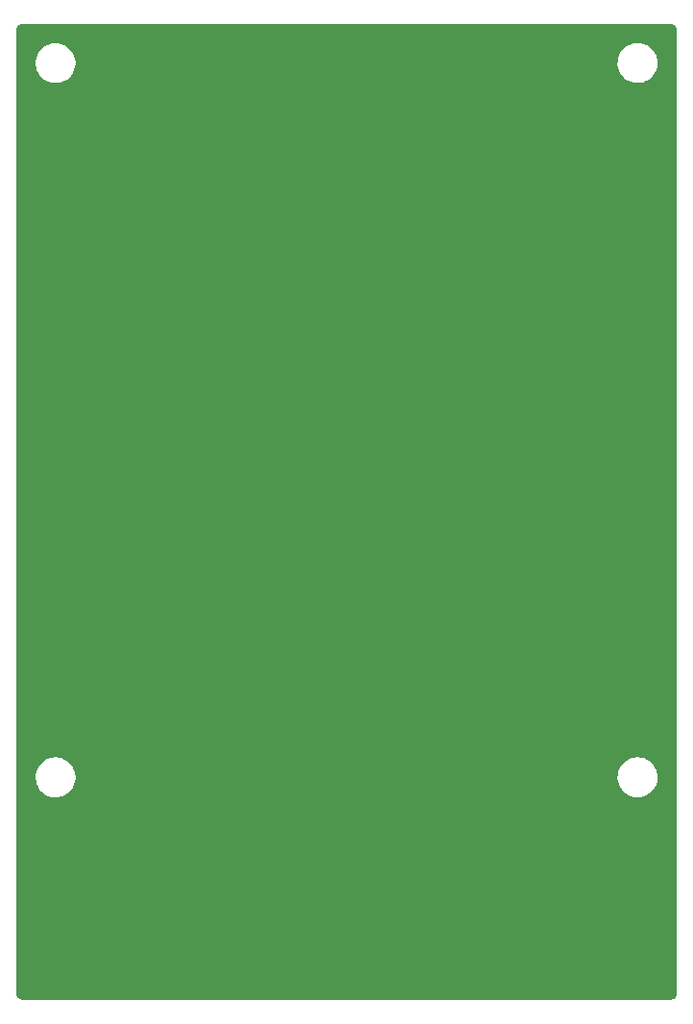
<source format=gtl>
%TF.GenerationSoftware,KiCad,Pcbnew,(6.0.4)*%
%TF.CreationDate,2022-04-07T14:28:42+02:00*%
%TF.ProjectId,LBS6_Rear_Plate,4c425336-5f52-4656-9172-5f506c617465,v1.01*%
%TF.SameCoordinates,Original*%
%TF.FileFunction,Copper,L1,Top*%
%TF.FilePolarity,Positive*%
%FSLAX46Y46*%
G04 Gerber Fmt 4.6, Leading zero omitted, Abs format (unit mm)*
G04 Created by KiCad (PCBNEW (6.0.4)) date 2022-04-07 14:28:42*
%MOMM*%
%LPD*%
G01*
G04 APERTURE LIST*
G04 APERTURE END LIST*
%TA.AperFunction,NonConductor*%
G36*
X138860018Y-46290000D02*
G01*
X138874852Y-46292310D01*
X138874855Y-46292310D01*
X138883724Y-46293691D01*
X138892626Y-46292527D01*
X138892750Y-46292511D01*
X138923192Y-46292240D01*
X138930621Y-46293077D01*
X138985264Y-46299234D01*
X139012771Y-46305513D01*
X139089853Y-46332485D01*
X139115274Y-46344727D01*
X139184426Y-46388178D01*
X139206485Y-46405770D01*
X139264230Y-46463515D01*
X139281822Y-46485574D01*
X139325273Y-46554726D01*
X139337515Y-46580147D01*
X139364487Y-46657228D01*
X139370766Y-46684736D01*
X139377018Y-46740226D01*
X139376923Y-46755868D01*
X139377800Y-46755879D01*
X139377690Y-46764851D01*
X139376309Y-46773724D01*
X139377473Y-46782626D01*
X139377473Y-46782628D01*
X139380436Y-46805283D01*
X139381500Y-46821621D01*
X139381500Y-131740633D01*
X139380000Y-131760018D01*
X139376309Y-131783724D01*
X139377473Y-131792626D01*
X139377489Y-131792750D01*
X139377760Y-131823193D01*
X139370766Y-131885264D01*
X139364487Y-131912771D01*
X139337515Y-131989853D01*
X139325273Y-132015274D01*
X139281822Y-132084426D01*
X139264230Y-132106485D01*
X139206485Y-132164230D01*
X139184426Y-132181822D01*
X139115274Y-132225273D01*
X139089853Y-132237515D01*
X139012772Y-132264487D01*
X138985264Y-132270766D01*
X138929774Y-132277018D01*
X138914132Y-132276923D01*
X138914121Y-132277800D01*
X138905149Y-132277690D01*
X138896276Y-132276309D01*
X138887374Y-132277473D01*
X138887372Y-132277473D01*
X138876385Y-132278910D01*
X138864714Y-132280436D01*
X138848379Y-132281500D01*
X81696470Y-132281500D01*
X81677085Y-132280000D01*
X81662252Y-132277690D01*
X81662248Y-132277690D01*
X81653379Y-132276309D01*
X81644354Y-132277489D01*
X81613919Y-132277761D01*
X81559050Y-132271579D01*
X81551839Y-132270767D01*
X81524336Y-132264490D01*
X81447243Y-132237514D01*
X81421827Y-132225274D01*
X81421826Y-132225273D01*
X81352675Y-132181823D01*
X81330616Y-132164231D01*
X81272872Y-132106487D01*
X81255280Y-132084429D01*
X81211826Y-132015274D01*
X81199587Y-131989860D01*
X81172611Y-131912767D01*
X81166334Y-131885265D01*
X81160274Y-131831484D01*
X81159992Y-131806659D01*
X81160683Y-131802552D01*
X81160836Y-131790000D01*
X81160147Y-131785189D01*
X81160146Y-131785173D01*
X81156882Y-131762384D01*
X81155609Y-131744518D01*
X81156199Y-114422110D01*
X81156254Y-112792655D01*
X82839858Y-112792655D01*
X82875104Y-113051638D01*
X82876412Y-113056124D01*
X82876412Y-113056126D01*
X82896098Y-113123664D01*
X82948243Y-113302567D01*
X83057668Y-113539928D01*
X83060231Y-113543837D01*
X83198410Y-113754596D01*
X83198414Y-113754601D01*
X83200976Y-113758509D01*
X83375018Y-113953506D01*
X83575970Y-114120637D01*
X83579973Y-114123066D01*
X83795422Y-114253804D01*
X83795426Y-114253806D01*
X83799419Y-114256229D01*
X84040455Y-114357303D01*
X84293783Y-114421641D01*
X84298434Y-114422109D01*
X84298438Y-114422110D01*
X84491308Y-114441531D01*
X84510867Y-114443500D01*
X84666354Y-114443500D01*
X84668679Y-114443327D01*
X84668685Y-114443327D01*
X84856000Y-114429407D01*
X84856004Y-114429406D01*
X84860652Y-114429061D01*
X84865200Y-114428032D01*
X84865206Y-114428031D01*
X85051601Y-114385853D01*
X85115577Y-114371377D01*
X85151769Y-114357303D01*
X85354824Y-114278340D01*
X85354827Y-114278339D01*
X85359177Y-114276647D01*
X85586098Y-114146951D01*
X85791357Y-113985138D01*
X85970443Y-113794763D01*
X86119424Y-113580009D01*
X86235025Y-113345593D01*
X86314707Y-113096665D01*
X86356721Y-112838693D01*
X86357324Y-112792655D01*
X134179858Y-112792655D01*
X134215104Y-113051638D01*
X134216412Y-113056124D01*
X134216412Y-113056126D01*
X134236098Y-113123664D01*
X134288243Y-113302567D01*
X134397668Y-113539928D01*
X134400231Y-113543837D01*
X134538410Y-113754596D01*
X134538414Y-113754601D01*
X134540976Y-113758509D01*
X134715018Y-113953506D01*
X134915970Y-114120637D01*
X134919973Y-114123066D01*
X135135422Y-114253804D01*
X135135426Y-114253806D01*
X135139419Y-114256229D01*
X135380455Y-114357303D01*
X135633783Y-114421641D01*
X135638434Y-114422109D01*
X135638438Y-114422110D01*
X135831308Y-114441531D01*
X135850867Y-114443500D01*
X136006354Y-114443500D01*
X136008679Y-114443327D01*
X136008685Y-114443327D01*
X136196000Y-114429407D01*
X136196004Y-114429406D01*
X136200652Y-114429061D01*
X136205200Y-114428032D01*
X136205206Y-114428031D01*
X136391601Y-114385853D01*
X136455577Y-114371377D01*
X136491769Y-114357303D01*
X136694824Y-114278340D01*
X136694827Y-114278339D01*
X136699177Y-114276647D01*
X136926098Y-114146951D01*
X137131357Y-113985138D01*
X137310443Y-113794763D01*
X137459424Y-113580009D01*
X137575025Y-113345593D01*
X137654707Y-113096665D01*
X137696721Y-112838693D01*
X137700142Y-112577345D01*
X137664896Y-112318362D01*
X137650473Y-112268877D01*
X137593068Y-112071932D01*
X137591757Y-112067433D01*
X137482332Y-111830072D01*
X137449519Y-111780024D01*
X137341590Y-111615404D01*
X137341586Y-111615399D01*
X137339024Y-111611491D01*
X137164982Y-111416494D01*
X136964030Y-111249363D01*
X136916844Y-111220730D01*
X136744578Y-111116196D01*
X136744574Y-111116194D01*
X136740581Y-111113771D01*
X136499545Y-111012697D01*
X136246217Y-110948359D01*
X136241566Y-110947891D01*
X136241562Y-110947890D01*
X136032271Y-110926816D01*
X136029133Y-110926500D01*
X135873646Y-110926500D01*
X135871321Y-110926673D01*
X135871315Y-110926673D01*
X135684000Y-110940593D01*
X135683996Y-110940594D01*
X135679348Y-110940939D01*
X135674800Y-110941968D01*
X135674794Y-110941969D01*
X135488399Y-110984147D01*
X135424423Y-110998623D01*
X135420071Y-111000315D01*
X135420069Y-111000316D01*
X135185176Y-111091660D01*
X135185173Y-111091661D01*
X135180823Y-111093353D01*
X134953902Y-111223049D01*
X134748643Y-111384862D01*
X134569557Y-111575237D01*
X134420576Y-111789991D01*
X134304975Y-112024407D01*
X134225293Y-112273335D01*
X134183279Y-112531307D01*
X134179858Y-112792655D01*
X86357324Y-112792655D01*
X86360142Y-112577345D01*
X86324896Y-112318362D01*
X86310473Y-112268877D01*
X86253068Y-112071932D01*
X86251757Y-112067433D01*
X86142332Y-111830072D01*
X86109519Y-111780024D01*
X86001590Y-111615404D01*
X86001586Y-111615399D01*
X85999024Y-111611491D01*
X85824982Y-111416494D01*
X85624030Y-111249363D01*
X85576844Y-111220730D01*
X85404578Y-111116196D01*
X85404574Y-111116194D01*
X85400581Y-111113771D01*
X85159545Y-111012697D01*
X84906217Y-110948359D01*
X84901566Y-110947891D01*
X84901562Y-110947890D01*
X84692271Y-110926816D01*
X84689133Y-110926500D01*
X84533646Y-110926500D01*
X84531321Y-110926673D01*
X84531315Y-110926673D01*
X84344000Y-110940593D01*
X84343996Y-110940594D01*
X84339348Y-110940939D01*
X84334800Y-110941968D01*
X84334794Y-110941969D01*
X84148399Y-110984147D01*
X84084423Y-110998623D01*
X84080071Y-111000315D01*
X84080069Y-111000316D01*
X83845176Y-111091660D01*
X83845173Y-111091661D01*
X83840823Y-111093353D01*
X83613902Y-111223049D01*
X83408643Y-111384862D01*
X83229557Y-111575237D01*
X83080576Y-111789991D01*
X82964975Y-112024407D01*
X82885293Y-112273335D01*
X82843279Y-112531307D01*
X82839858Y-112792655D01*
X81156254Y-112792655D01*
X81156939Y-92655826D01*
X81158396Y-49837655D01*
X82839858Y-49837655D01*
X82875104Y-50096638D01*
X82876412Y-50101124D01*
X82876412Y-50101126D01*
X82896098Y-50168664D01*
X82948243Y-50347567D01*
X83057668Y-50584928D01*
X83060231Y-50588837D01*
X83198410Y-50799596D01*
X83198414Y-50799601D01*
X83200976Y-50803509D01*
X83375018Y-50998506D01*
X83575970Y-51165637D01*
X83579973Y-51168066D01*
X83795422Y-51298804D01*
X83795426Y-51298806D01*
X83799419Y-51301229D01*
X84040455Y-51402303D01*
X84293783Y-51466641D01*
X84298434Y-51467109D01*
X84298438Y-51467110D01*
X84491308Y-51486531D01*
X84510867Y-51488500D01*
X84666354Y-51488500D01*
X84668679Y-51488327D01*
X84668685Y-51488327D01*
X84856000Y-51474407D01*
X84856004Y-51474406D01*
X84860652Y-51474061D01*
X84865200Y-51473032D01*
X84865206Y-51473031D01*
X85051601Y-51430853D01*
X85115577Y-51416377D01*
X85151769Y-51402303D01*
X85354824Y-51323340D01*
X85354827Y-51323339D01*
X85359177Y-51321647D01*
X85586098Y-51191951D01*
X85791357Y-51030138D01*
X85970443Y-50839763D01*
X86119424Y-50625009D01*
X86235025Y-50390593D01*
X86314707Y-50141665D01*
X86356721Y-49883693D01*
X86357324Y-49837655D01*
X134179858Y-49837655D01*
X134215104Y-50096638D01*
X134216412Y-50101124D01*
X134216412Y-50101126D01*
X134236098Y-50168664D01*
X134288243Y-50347567D01*
X134397668Y-50584928D01*
X134400231Y-50588837D01*
X134538410Y-50799596D01*
X134538414Y-50799601D01*
X134540976Y-50803509D01*
X134715018Y-50998506D01*
X134915970Y-51165637D01*
X134919973Y-51168066D01*
X135135422Y-51298804D01*
X135135426Y-51298806D01*
X135139419Y-51301229D01*
X135380455Y-51402303D01*
X135633783Y-51466641D01*
X135638434Y-51467109D01*
X135638438Y-51467110D01*
X135831308Y-51486531D01*
X135850867Y-51488500D01*
X136006354Y-51488500D01*
X136008679Y-51488327D01*
X136008685Y-51488327D01*
X136196000Y-51474407D01*
X136196004Y-51474406D01*
X136200652Y-51474061D01*
X136205200Y-51473032D01*
X136205206Y-51473031D01*
X136391601Y-51430853D01*
X136455577Y-51416377D01*
X136491769Y-51402303D01*
X136694824Y-51323340D01*
X136694827Y-51323339D01*
X136699177Y-51321647D01*
X136926098Y-51191951D01*
X137131357Y-51030138D01*
X137310443Y-50839763D01*
X137459424Y-50625009D01*
X137575025Y-50390593D01*
X137654707Y-50141665D01*
X137696721Y-49883693D01*
X137700142Y-49622345D01*
X137664896Y-49363362D01*
X137650473Y-49313877D01*
X137593068Y-49116932D01*
X137591757Y-49112433D01*
X137482332Y-48875072D01*
X137449519Y-48825024D01*
X137341590Y-48660404D01*
X137341586Y-48660399D01*
X137339024Y-48656491D01*
X137164982Y-48461494D01*
X136964030Y-48294363D01*
X136916844Y-48265730D01*
X136744578Y-48161196D01*
X136744574Y-48161194D01*
X136740581Y-48158771D01*
X136499545Y-48057697D01*
X136246217Y-47993359D01*
X136241566Y-47992891D01*
X136241562Y-47992890D01*
X136032271Y-47971816D01*
X136029133Y-47971500D01*
X135873646Y-47971500D01*
X135871321Y-47971673D01*
X135871315Y-47971673D01*
X135684000Y-47985593D01*
X135683996Y-47985594D01*
X135679348Y-47985939D01*
X135674800Y-47986968D01*
X135674794Y-47986969D01*
X135488399Y-48029147D01*
X135424423Y-48043623D01*
X135420071Y-48045315D01*
X135420069Y-48045316D01*
X135185176Y-48136660D01*
X135185173Y-48136661D01*
X135180823Y-48138353D01*
X134953902Y-48268049D01*
X134748643Y-48429862D01*
X134569557Y-48620237D01*
X134420576Y-48834991D01*
X134304975Y-49069407D01*
X134225293Y-49318335D01*
X134183279Y-49576307D01*
X134179858Y-49837655D01*
X86357324Y-49837655D01*
X86360142Y-49622345D01*
X86324896Y-49363362D01*
X86310473Y-49313877D01*
X86253068Y-49116932D01*
X86251757Y-49112433D01*
X86142332Y-48875072D01*
X86109519Y-48825024D01*
X86001590Y-48660404D01*
X86001586Y-48660399D01*
X85999024Y-48656491D01*
X85824982Y-48461494D01*
X85624030Y-48294363D01*
X85576844Y-48265730D01*
X85404578Y-48161196D01*
X85404574Y-48161194D01*
X85400581Y-48158771D01*
X85159545Y-48057697D01*
X84906217Y-47993359D01*
X84901566Y-47992891D01*
X84901562Y-47992890D01*
X84692271Y-47971816D01*
X84689133Y-47971500D01*
X84533646Y-47971500D01*
X84531321Y-47971673D01*
X84531315Y-47971673D01*
X84344000Y-47985593D01*
X84343996Y-47985594D01*
X84339348Y-47985939D01*
X84334800Y-47986968D01*
X84334794Y-47986969D01*
X84148399Y-48029147D01*
X84084423Y-48043623D01*
X84080071Y-48045315D01*
X84080069Y-48045316D01*
X83845176Y-48136660D01*
X83845173Y-48136661D01*
X83840823Y-48138353D01*
X83613902Y-48268049D01*
X83408643Y-48429862D01*
X83229557Y-48620237D01*
X83080576Y-48834991D01*
X82964975Y-49069407D01*
X82885293Y-49318335D01*
X82843279Y-49576307D01*
X82839858Y-49837655D01*
X81158396Y-49837655D01*
X81158498Y-46833260D01*
X81160244Y-46812361D01*
X81162769Y-46797351D01*
X81162770Y-46797345D01*
X81163576Y-46792552D01*
X81163729Y-46780000D01*
X81163040Y-46775188D01*
X81162723Y-46770327D01*
X81163008Y-46770308D01*
X81162607Y-46743549D01*
X81169234Y-46684736D01*
X81175513Y-46657229D01*
X81202485Y-46580147D01*
X81214727Y-46554726D01*
X81258178Y-46485574D01*
X81275770Y-46463515D01*
X81333515Y-46405770D01*
X81355574Y-46388178D01*
X81424726Y-46344727D01*
X81450147Y-46332485D01*
X81527228Y-46305513D01*
X81554736Y-46299234D01*
X81610226Y-46292982D01*
X81625868Y-46293077D01*
X81625879Y-46292200D01*
X81634851Y-46292310D01*
X81643724Y-46293691D01*
X81652626Y-46292527D01*
X81652628Y-46292527D01*
X81667951Y-46290523D01*
X81675286Y-46289564D01*
X81691621Y-46288500D01*
X138840633Y-46288500D01*
X138860018Y-46290000D01*
G37*
%TD.AperFunction*%
M02*

</source>
